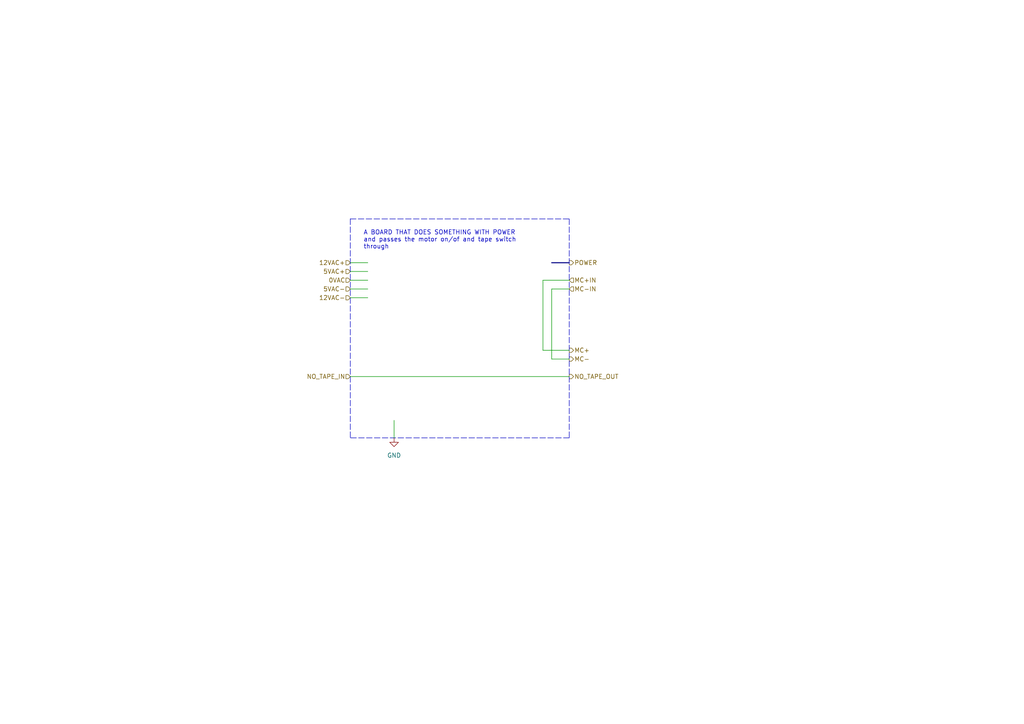
<source format=kicad_sch>
(kicad_sch (version 20211123) (generator eeschema)
  (paper "A4")
  (lib_symbols
    (symbol "power:GND" (power) (pin_names (offset 0))
      (property "Value" "GND" (at 0 -3.81 0))
      (symbol "GND_0_1"
        (polyline (pts (xy 0 0) (xy 0 -1.27) (xy 1.27 -1.27) (xy 0 -2.54) (xy -1.27 -1.27) (xy 0 -1.27)))
      )
      (symbol "GND_1_1"
        (pin power_in line (at 0 0 270) (length 0) hide (name "GND") (number "1"))
      )
    )
  )
  (wire (pts (xy 101.6 109.22) (xy 165.1 109.22)))
  (bus (pts (xy 160.02 76.2) (xy 165.1 76.2)))
  (wire (pts (xy 101.6 78.74) (xy 106.68 78.74)))
  (wire (pts (xy 165.1 83.82) (xy 160.02 83.82)))
  (polyline (pts (xy 101.6 63.5) (xy 165.1 63.5)))
  (polyline (pts (xy 165.1 127) (xy 101.6 127)))
  (polyline (pts (xy 165.1 63.5) (xy 165.1 127)))
  (wire (pts (xy 101.6 76.2) (xy 106.68 76.2)))
  (wire (pts (xy 160.02 83.82) (xy 160.02 104.14)))
  (wire (pts (xy 157.48 81.28) (xy 157.48 101.6)))
  (wire (pts (xy 114.3 121.92) (xy 114.3 127)))
  (wire (pts (xy 165.1 81.28) (xy 157.48 81.28)))
  (wire (pts (xy 101.6 83.82) (xy 106.68 83.82)))
  (wire (pts (xy 101.6 81.28) (xy 106.68 81.28)))
  (polyline (pts (xy 101.6 63.5) (xy 101.6 127)))
  (wire (pts (xy 101.6 86.36) (xy 106.68 86.36)))
  (wire (pts (xy 160.02 104.14) (xy 165.1 104.14)))
  (wire (pts (xy 157.48 101.6) (xy 165.1 101.6)))
  (text "A BOARD THAT DOES SOMETHING WITH POWER\nand passes the motor on/of and tape switch\nthrough" (at 105.41 72.39 0) (effects (font (size 1.27 1.27)) (justify left bottom)))
  (hierarchical_label "12VAC+" (shape input) (at 101.6 76.2 180))
  (hierarchical_label "5VAC+" (shape input) (at 101.6 78.74 180))
  (hierarchical_label "MC-IN" (shape input) (at 165.1 83.82 0))
  (hierarchical_label "MC-" (shape output) (at 165.1 104.14 0))
  (hierarchical_label "POWER" (shape output) (at 165.1 76.2 0))
  (hierarchical_label "12VAC-" (shape input) (at 101.6 86.36 180))
  (hierarchical_label "0VAC" (shape input) (at 101.6 81.28 180))
  (hierarchical_label "NO_TAPE_OUT" (shape output) (at 165.1 109.22 0))
  (hierarchical_label "NO_TAPE_IN" (shape input) (at 101.6 109.22 180))
  (hierarchical_label "MC+" (shape output) (at 165.1 101.6 0))
  (hierarchical_label "5VAC-" (shape input) (at 101.6 83.82 180))
  (hierarchical_label "MC+IN" (shape input) (at 165.1 81.28 0))
  (symbol (lib_id "power:GND") (at 114.3 127 0) (unit 1)
    (property "Reference" "#PWR?" (effects hide))
    (property "Value" "GND" (at 114.3 132.08 0))
  )
)
</source>
